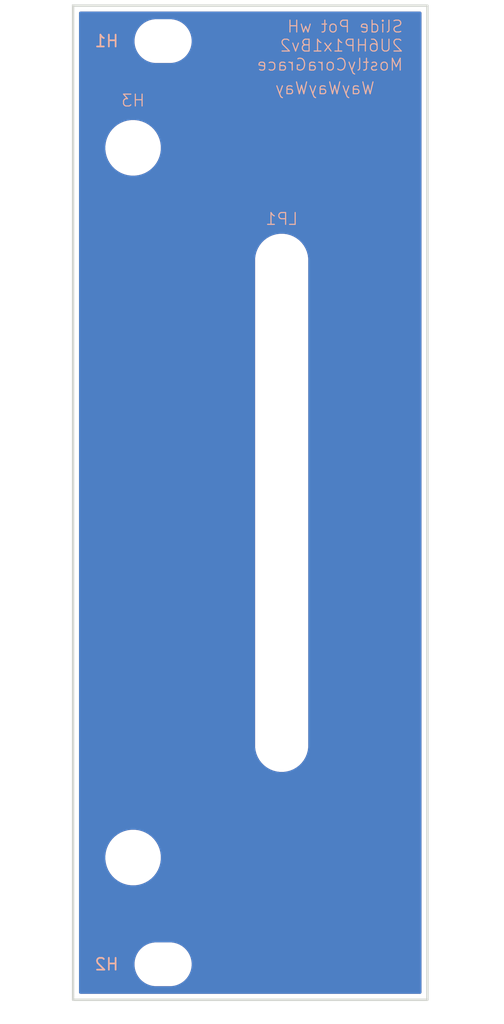
<source format=kicad_pcb>
(kicad_pcb (version 20241229) (generator "pcbnew") (generator_version "9.0")
  (layers (0 "F.Cu" signal) (2 "B.Cu" signal) (13 "F.Paste" user) (15 "B.Paste" user) (5 "F.SilkS" user "F.Silkscreen") (7 "B.SilkS" user "B.Silkscreen") (1 "F.Mask" user) (3 "B.Mask" user) (25 "Edge.Cuts" user))
  (net 0 "")
  (footprint "EXC:Handle_2UM4P60_A" (layer "F.Cu") (at 5.08 14.45)
    (property "Reference" "H3" (at 0 -4 0) (layer "B.SilkS") (effects (font (thickness 0.1)) (justify mirror)))
    (property "Value" "Handle_2UM4P60_PanelMount")
    (pad "" np_thru_hole circle (at 0 0) (size 4.2 4.2) (drill 4.2) (layers "*.Cu" "*.Mask"))
    (pad "" np_thru_hole circle (at 0 60) (size 4.2 4.2) (drill 4.2) (layers "*.Cu" "*.Mask"))
  )
  (footprint "EXC:MountingHole_3.2mm_M3" (layer "F.Cu") (at 7.62 5.425)
    (property "Reference" "H1" (at -3.683 0 0) (layer "B.SilkS") (effects (justify left mirror)))
    (property "Value" "Eurorack_M3_MountingHole")
    (pad "" np_thru_hole oval (at 0 0) (size 4.34 3.2) (drill oval 4.34 3.2) (layers "*.Cu" "*.Mask"))
  )
  (footprint "EXC:Linear_Potentiometer_45mm_M2_Panel_Mount_Top" (layer "F.Cu") (at 17.66 44.4625)
    (property "Reference" "LP1" (at 0 -24.003 0) (layer "B.SilkS") (effects (font (thickness 0.1)) (justify mirror)))
    (property "Value" "Linear_Potentiometer_45mm_M2_Panel_Mount_Top")
    (pad "" np_thru_hole oval (at 0 0) (size 4 45) (drill oval 4 45) (layers "*.Cu" "*.Mask"))
  )
  (footprint "EXC:MountingHole_3.2mm_M3" (layer "F.Cu") (at 7.62 83.475)
    (property "Reference" "H2" (at -3.683 0 0) (layer "B.SilkS") (effects (justify left mirror)))
    (property "Value" "Eurorack_M3_MountingHole")
    (pad "" np_thru_hole oval (at 0 0) (size 4.34 3.2) (drill oval 4.34 3.2) (layers "*.Cu" "*.Mask"))
  )
  (gr_rect (start 0 2.425) (end 30 86.475) (stroke (width 0.2)) (fill no) (layer "Edge.Cuts"))
  (gr_text "Slide Pot wH\n2U6HP1x1Bv2\nMostlyCoraGrace" (at 28 8 0) (layer "B.SilkS") (effects (font (size 1 1) (thickness 0.1)) (justify left bottom mirror)))
  (gr_text "WayWayWay" (at 25.6 10 0) (layer "B.SilkS") (effects (font (size 1 1) (thickness 0.1)) (justify left bottom mirror)))
  (zone (net 0) (net_name "") (layers "F.Cu" "B.Cu") (connect_pads (clearance 0.5)) (min_thickness 0.25) (fill yes (thermal_gap 0.5) (thermal_bridge_width 0.5) (island_removal_mode 1) (island_area_min 10))
    (polygon (pts (xy 0 2.425) (xy 30 2.425) (xy 30 86.475) (xy 0 86.475)))
  )
)
</source>
